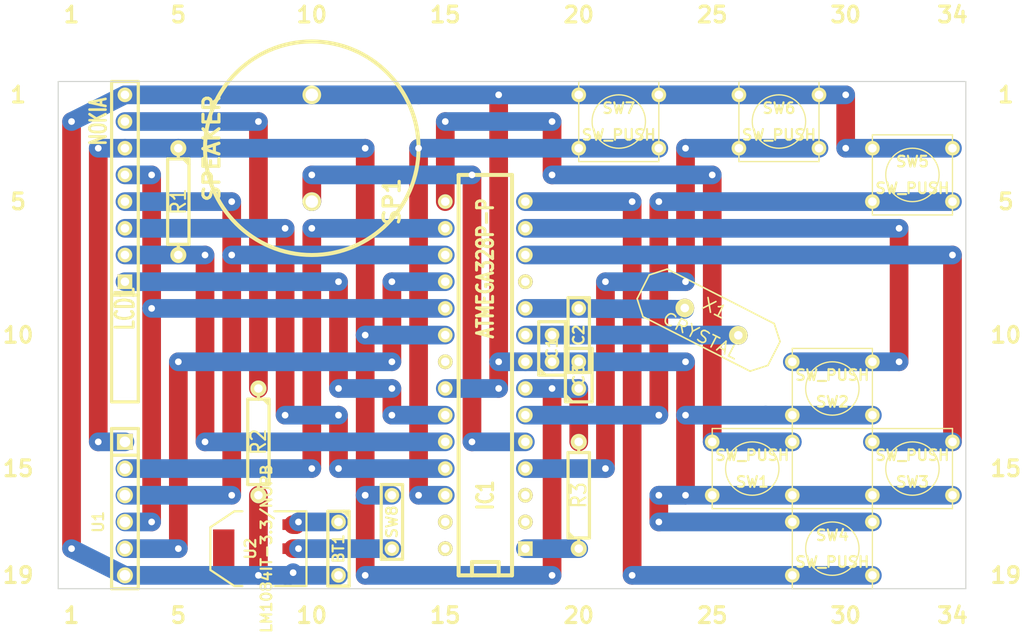
<source format=kicad_pcb>
(kicad_pcb (version 20211014) (generator pcbnew)
  (layers (0 "F.Cu" signal) (31 "B.Cu" signal) (35 "F.Paste" user) (37 "F.SilkS" user) (39 "F.Mask" user) (44 "Edge.Cuts" user))
  (net 0 "")
  (net 1 "/BTN0")
  (net 2 "/BTN1")
  (net 3 "/BTN2")
  (net 4 "/BTN3")
  (net 5 "/BTNA")
  (net 6 "/BTNB")
  (net 7 "/BTNC")
  (net 8 "/MISO")
  (net 9 "/MOSI")
  (net 10 "/RST")
  (net 11 "/SCK")
  (net 12 "/SCR DC")
  (net 13 "/SCR ENABLE")
  (net 14 "/SCR RST")
  (net 15 "/SD ENABLE")
  (net 16 "/SOUND")
  (net 17 "/VCC")
  (net 18 "/VIN")
  (net 19 "/VOUT")
  (net 20 "/XTAL1")
  (net 21 "/XTAL2")
  (net 22 "GND")
  (net 23 "N-0000016")
  (footprint "SW_PUSH_SMALL_1" (layer "F.Cu") (at 256.54 119.38 180)
    (fp_text reference "SW2" (at 3.81 1.27 180) (layer "F.SilkS") (effects (font (size 1.016 1.016) (thickness 0.2032))))
    (fp_text value "SW_PUSH" (at 3.81 3.81 180) (layer "F.SilkS") (effects (font (size 1.016 1.016) (thickness 0.2032))))
    (fp_line (start 7.62 -1.27) (end 7.62 6.35) (layer "F.SilkS") (width 0.127))
    (fp_line (start 0 -1.27) (end 0 6.35) (layer "F.SilkS") (width 0.127))
    (fp_line (start 7.62 6.35) (end 0 6.35) (layer "F.SilkS") (width 0.127))
    (fp_line (start 0 -1.27) (end 7.62 -1.27) (layer "F.SilkS") (width 0.127))
    (fp_circle (center 3.81 2.54) (end 3.81 0) (layer "F.SilkS") (width 0.127) (fill none))
    (pad "1" thru_hole circle locked (at 7.62 0 180) (size 1.397 1.397) (drill 0.8128) (layers *.Cu *.Mask "F.SilkS") (net 22 "GND"))
    (pad "1" thru_hole circle locked (at 0 0 180) (size 1.397 1.397) (drill 0.8128) (layers *.Cu *.Mask "F.SilkS") (net 22 "GND"))
    (pad "2" thru_hole circle locked (at 7.62 5.08 180) (size 1.397 1.397) (drill 0.8128) (layers *.Cu *.Mask "F.SilkS") (net 2 "/BTN1"))
    (pad "2" thru_hole circle locked (at 0 5.08 180) (size 1.397 1.397) (drill 0.8128) (layers *.Cu *.Mask "F.SilkS") (net 2 "/BTN1"))
  )
  (footprint "SW_PUSH_SMALL_1" (layer "F.Cu") (at 264.16 127 180)
    (fp_text reference "SW3" (at 3.81 1.27 180) (layer "F.SilkS") (effects (font (size 1.016 1.016) (thickness 0.2032))))
    (fp_text value "SW_PUSH" (at 3.81 3.81 180) (layer "F.SilkS") (effects (font (size 1.016 1.016) (thickness 0.2032))))
    (fp_line (start 7.62 6.35) (end 0 6.35) (layer "F.SilkS") (width 0.127))
    (fp_line (start 0 -1.27) (end 7.62 -1.27) (layer "F.SilkS") (width 0.127))
    (fp_line (start 7.62 -1.27) (end 7.62 6.35) (layer "F.SilkS") (width 0.127))
    (fp_line (start 0 -1.27) (end 0 6.35) (layer "F.SilkS") (width 0.127))
    (fp_circle (center 3.81 2.54) (end 3.81 0) (layer "F.SilkS") (width 0.127) (fill none))
    (pad "1" thru_hole circle locked (at 7.62 0 180) (size 1.397 1.397) (drill 0.8128) (layers *.Cu *.Mask "F.SilkS") (net 22 "GND"))
    (pad "1" thru_hole circle locked (at 0 0 180) (size 1.397 1.397) (drill 0.8128) (layers *.Cu *.Mask "F.SilkS") (net 22 "GND"))
    (pad "2" thru_hole circle locked (at 0 5.08 180) (size 1.397 1.397) (drill 0.8128) (layers *.Cu *.Mask "F.SilkS") (net 3 "/BTN2"))
    (pad "2" thru_hole circle locked (at 7.62 5.08 180) (size 1.397 1.397) (drill 0.8128) (layers *.Cu *.Mask "F.SilkS") (net 3 "/BTN2"))
  )
  (footprint "SW_PUSH_SMALL_1" (layer "F.Cu") (at 248.92 129.54)
    (fp_text reference "SW4" (at 3.81 1.27) (layer "F.SilkS") (effects (font (size 1.016 1.016) (thickness 0.2032))))
    (fp_text value "SW_PUSH" (at 3.81 3.81) (layer "F.SilkS") (effects (font (size 1.016 1.016) (thickness 0.2032))))
    (fp_line (start 0 -1.27) (end 0 6.35) (layer "F.SilkS") (width 0.127))
    (fp_line (start 0 -1.27) (end 7.62 -1.27) (layer "F.SilkS") (width 0.127))
    (fp_line (start 7.62 -1.27) (end 7.62 6.35) (layer "F.SilkS") (width 0.127))
    (fp_line (start 7.62 6.35) (end 0 6.35) (layer "F.SilkS") (width 0.127))
    (fp_circle (center 3.81 2.54) (end 3.81 0) (layer "F.SilkS") (width 0.127) (fill none))
    (pad "1" thru_hole circle locked (at 0 0) (size 1.397 1.397) (drill 0.8128) (layers *.Cu *.Mask "F.SilkS") (net 22 "GND"))
    (pad "1" thru_hole circle locked (at 7.62 0) (size 1.397 1.397) (drill 0.8128) (layers *.Cu *.Mask "F.SilkS") (net 22 "GND"))
    (pad "2" thru_hole circle locked (at 7.62 5.08) (size 1.397 1.397) (drill 0.8128) (layers *.Cu *.Mask "F.SilkS") (net 4 "/BTN3"))
    (pad "2" thru_hole circle locked (at 0 5.08) (size 1.397 1.397) (drill 0.8128) (layers *.Cu *.Mask "F.SilkS") (net 4 "/BTN3"))
  )
  (footprint "SW_PUSH_SMALL_1" (layer "F.Cu") (at 256.54 93.98)
    (fp_text reference "SW5" (at 3.81 1.27) (layer "F.SilkS") (effects (font (size 1.016 1.016) (thickness 0.2032))))
    (fp_text value "SW_PUSH" (at 3.81 3.81) (layer "F.SilkS") (effects (font (size 1.016 1.016) (thickness 0.2032))))
    (fp_line (start 0 -1.27) (end 7.62 -1.27) (layer "F.SilkS") (width 0.127))
    (fp_line (start 7.62 -1.27) (end 7.62 6.35) (layer "F.SilkS") (width 0.127))
    (fp_line (start 7.62 6.35) (end 0 6.35) (layer "F.SilkS") (width 0.127))
    (fp_line (start 0 -1.27) (end 0 6.35) (layer "F.SilkS") (width 0.127))
    (fp_circle (center 3.81 2.54) (end 3.81 0) (layer "F.SilkS") (width 0.127) (fill none))
    (pad "1" thru_hole circle locked (at 7.62 0) (size 1.397 1.397) (drill 0.8128) (layers *.Cu *.Mask "F.SilkS") (net 22 "GND"))
    (pad "1" thru_hole circle locked (at 0 0) (size 1.397 1.397) (drill 0.8128) (layers *.Cu *.Mask "F.SilkS") (net 22 "GND"))
    (pad "2" thru_hole circle locked (at 0 5.08) (size 1.397 1.397) (drill 0.8128) (layers *.Cu *.Mask "F.SilkS") (net 5 "/BTNA"))
    (pad "2" thru_hole circle locked (at 7.62 5.08) (size 1.397 1.397) (drill 0.8128) (layers *.Cu *.Mask "F.SilkS") (net 5 "/BTNA"))
  )
  (footprint "SW_PUSH_SMALL_1" (layer "F.Cu") (at 248.92 127 180)
    (fp_text reference "SW1" (at 3.81 1.27 180) (layer "F.SilkS") (effects (font (size 1.016 1.016) (thickness 0.2032))))
    (fp_text value "SW_PUSH" (at 3.81 3.81 180) (layer "F.SilkS") (effects (font (size 1.016 1.016) (thickness 0.2032))))
    (fp_line (start 0 -1.27) (end 0 6.35) (layer "F.SilkS") (width 0.127))
    (fp_line (start 7.62 6.35) (end 0 6.35) (layer "F.SilkS") (width 0.127))
    (fp_line (start 0 -1.27) (end 7.62 -1.27) (layer "F.SilkS") (width 0.127))
    (fp_line (start 7.62 -1.27) (end 7.62 6.35) (layer "F.SilkS") (width 0.127))
    (fp_circle (center 3.81 2.54) (end 3.81 0) (layer "F.SilkS") (width 0.127) (fill none))
    (pad "1" thru_hole circle locked (at 0 0 180) (size 1.397 1.397) (drill 0.8128) (layers *.Cu *.Mask "F.SilkS") (net 22 "GND"))
    (pad "1" thru_hole circle locked (at 7.62 0 180) (size 1.397 1.397) (drill 0.8128) (layers *.Cu *.Mask "F.SilkS") (net 22 "GND"))
    (pad "2" thru_hole circle locked (at 7.62 5.08 180) (size 1.397 1.397) (drill 0.8128) (layers *.Cu *.Mask "F.SilkS") (net 1 "/BTN0"))
    (pad "2" thru_hole circle locked (at 0 5.08 180) (size 1.397 1.397) (drill 0.8128) (layers *.Cu *.Mask "F.SilkS") (net 1 "/BTN0"))
  )
  (footprint "SW_PUSH_SMALL_1" (layer "F.Cu") (at 243.84 88.9)
    (fp_text reference "SW6" (at 3.81 1.27) (layer "F.SilkS") (effects (font (size 1.016 1.016) (thickness 0.2032))))
    (fp_text value "SW_PUSH" (at 3.81 3.81) (layer "F.SilkS") (effects (font (size 1.016 1.016) (thickness 0.2032))))
    (fp_line (start 0 -1.27) (end 7.62 -1.27) (layer "F.SilkS") (width 0.127))
    (fp_line (start 7.62 -1.27) (end 7.62 6.35) (layer "F.SilkS") (width 0.127))
    (fp_line (start 0 -1.27) (end 0 6.35) (layer "F.SilkS") (width 0.127))
    (fp_line (start 7.62 6.35) (end 0 6.35) (layer "F.SilkS") (width 0.127))
    (fp_circle (center 3.81 2.54) (end 3.81 0) (layer "F.SilkS") (width 0.127) (fill none))
    (pad "1" thru_hole circle locked (at 7.62 0) (size 1.397 1.397) (drill 0.8128) (layers *.Cu *.Mask "F.SilkS") (net 22 "GND"))
    (pad "1" thru_hole circle locked (at 0 0) (size 1.397 1.397) (drill 0.8128) (layers *.Cu *.Mask "F.SilkS") (net 22 "GND"))
    (pad "2" thru_hole circle locked (at 0 5.08) (size 1.397 1.397) (drill 0.8128) (layers *.Cu *.Mask "F.SilkS") (net 6 "/BTNB"))
    (pad "2" thru_hole circle locked (at 7.62 5.08) (size 1.397 1.397) (drill 0.8128) (layers *.Cu *.Mask "F.SilkS") (net 6 "/BTNB"))
  )
  (footprint "SW_PUSH_SMALL_1" (layer "F.Cu") (at 228.6 88.9)
    (fp_text reference "SW7" (at 3.81 1.27) (layer "F.SilkS") (effects (font (size 1.016 1.016) (thickness 0.2032))))
    (fp_text value "SW_PUSH" (at 3.81 3.81) (layer "F.SilkS") (effects (font (size 1.016 1.016) (thickness 0.2032))))
    (fp_line (start 0 -1.27) (end 0 6.35) (layer "F.SilkS") (width 0.127))
    (fp_line (start 7.62 -1.27) (end 7.62 6.35) (layer "F.SilkS") (width 0.127))
    (fp_line (start 7.62 6.35) (end 0 6.35) (layer "F.SilkS") (width 0.127))
    (fp_line (start 0 -1.27) (end 7.62 -1.27) (layer "F.SilkS") (width 0.127))
    (fp_circle (center 3.81 2.54) (end 3.81 0) (layer "F.SilkS") (width 0.127) (fill none))
    (pad "1" thru_hole circle locked (at 7.62 0) (size 1.397 1.397) (drill 0.8128) (layers *.Cu *.Mask "F.SilkS") (net 22 "GND"))
    (pad "1" thru_hole circle locked (at 0 0) (size 1.397 1.397) (drill 0.8128) (layers *.Cu *.Mask "F.SilkS") (net 22 "GND"))
    (pad "2" thru_hole circle locked (at 0 5.08) (size 1.397 1.397) (drill 0.8128) (layers *.Cu *.Mask "F.SilkS") (net 7 "/BTNC"))
    (pad "2" thru_hole circle locked (at 7.62 5.08) (size 1.397 1.397) (drill 0.8128) (layers *.Cu *.Mask "F.SilkS") (net 7 "/BTNC"))
  )
  (footprint "BUZZER" (layer "F.Cu") (at 203.2 93.98 90)
    (fp_text reference "SP1" (at -5.08 7.62 90) (layer "F.SilkS") (effects (font (size 1.524 1.524) (thickness 0.3048))))
    (fp_text value "SPEAKER" (at 0 -9.525 90) (layer "F.SilkS") (effects (font (size 1.524 1.524) (thickness 0.3048))))
    (fp_circle (center 0 0) (end -10.16 0) (layer "F.SilkS") (width 0.381) (fill none))
    (pad "1" thru_hole circle locked (at -5.08 0 90) (size 1.778 1.778) (drill 1.1938) (layers *.Cu *.Mask "F.SilkS") (net 16 "/SOUND"))
    (pad "2" thru_hole circle locked (at 5.08 0 90) (size 1.778 1.778) (drill 1.1938) (layers *.Cu *.Mask "F.SilkS") (net 22 "GND"))
  )
  (footprint "R4" (layer "F.Cu") (at 190.5 99.06 -90)
    (fp_text reference "R1" (at 0 0 -90) (layer "F.SilkS") (effects (font (size 1.397 1.27) (thickness 0.2032))))
    (fp_text value "10K" hide)
    (fp_line (start -4.064 0) (end -4.064 -1.016) (layer "F.SilkS") (width 0.3048))
    (fp_line (start -4.064 -1.016) (end 4.064 -1.016) (layer "F.SilkS") (width 0.3048))
    (fp_line (start 4.064 1.016) (end -4.064 1.016) (layer "F.SilkS") (width 0.3048))
    (fp_line (start -4.064 -0.508) (end -3.556 -1.016) (layer "F.SilkS") (width 0.3048))
    (fp_line (start -4.064 1.016) (end -4.064 0) (layer "F.SilkS") (width 0.3048))
    (fp_line (start 5.08 0) (end 4.064 0) (layer "F.SilkS") (width 0.3048))
    (fp_line (start -5.08 0) (end -4.064 0) (layer "F.SilkS") (width 0.3048))
    (fp_line (start 4.064 -1.016) (end 4.064 1.016) (layer "F.SilkS") (width 0.3048))
    (pad "1" thru_hole circle locked (at -5.08 0 270) (size 1.524 1.524) (drill 0.8128) (layers *.Cu *.Mask "F.SilkS") (net 17 "/VCC"))
    (pad "2" thru_hole circle locked (at 5.08 0 270) (size 1.524 1.524) (drill 0.8128) (layers *.Cu *.Mask "F.SilkS") (net 13 "/SCR ENABLE"))
  )
  (footprint "NOKIA" (layer "F.Cu") (at 185.42 106.68 90)
    (fp_text reference "LCD1" (at -2.54 0 90) (layer "F.SilkS") (effects (font (size 1.72974 1.08712) (thickness 0.3048))))
    (fp_text value "NOKIA" (at 15.24 -2.54 90) (layer "F.SilkS") (effects (font (size 1.524 1.016) (thickness 0.3048))))
    (fp_line (start 19.05 -1.27) (end 19.05 1.27) (layer "F.SilkS") (width 0.3048))
    (fp_line (start 19.05 1.27) (end -1.27 1.27) (layer "F.SilkS") (width 0.3048))
    (fp_line (start -1.27 -1.27) (end -11.43 -1.27) (layer "F.SilkS") (width 0.3048))
    (fp_line (start -1.27 -1.27) (end 19.05 -1.27) (layer "F.SilkS") (width 0.3048))
    (fp_line (start -11.43 -1.27) (end -11.43 1.27) (layer "F.SilkS") (width 0.3048))
    (fp_line (start -11.43 1.27) (end -1.27 1.27) (layer "F.SilkS") (width 0.3048))
    (fp_line (start -1.27 1.27) (end -1.27 -1.27) (layer "F.SilkS") (width 0.3048))
    (pad "1" thru_hole rect locked (at 0 0 90) (size 1.397 1.397) (drill 0.8128) (layers *.Cu *.Mask "F.SilkS") (net 14 "/SCR RST"))
    (pad "2" thru_hole circle locked (at 2.54 0 90) (size 1.397 1.397) (drill 0.8128) (layers *.Cu *.Mask "F.SilkS") (net 13 "/SCR ENABLE"))
    (pad "3" thru_hole circle locked (at 5.08 0 90) (size 1.397 1.397) (drill 0.8128) (layers *.Cu *.Mask "F.SilkS") (net 12 "/SCR DC"))
    (pad "4" thru_hole circle locked (at 7.62 0 90) (size 1.397 1.397) (drill 0.8128) (layers *.Cu *.Mask "F.SilkS") (net 9 "/MOSI"))
    (pad "5" thru_hole circle locked (at 10.16 0 90) (size 1.397 1.397) (drill 0.8128) (layers *.Cu *.Mask "F.SilkS") (net 11 "/SCK"))
    (pad "6" thru_hole circle locked (at 12.7 0 90) (size 1.397 1.397) (drill 0.8128) (layers *.Cu *.Mask "F.SilkS") (net 17 "/VCC"))
    (pad "7" thru_hole circle locked (at 15.24 0 90) (size 1.397 1.397) (drill 0.8128) (layers *.Cu *.Mask "F.SilkS") (net 23 "N-0000016"))
    (pad "8" thru_hole circle locked (at 17.78 0 90) (size 1.397 1.397) (drill 0.8128) (layers *.Cu *.Mask "F.SilkS") (net 22 "GND"))
  )
  (footprint "C2" (layer "F.Cu") (at 228.6 111.76 -90)
    (fp_text reference "C2" (at 0 0 -90) (layer "F.SilkS") (effects (font (size 1.016 1.016) (thickness 0.2032))))
    (fp_text value "22p" hide)
    (fp_line (start 3.556 -1.016) (end 3.556 1.016) (layer "F.SilkS") (width 0.3048))
    (fp_line (start -3.556 1.016) (end -3.556 -1.016) (layer "F.SilkS") (width 0.3048))
    (fp_line (start -3.556 -1.016) (end 3.556 -1.016) (layer "F.SilkS") (width 0.3048))
    (fp_line (start 3.556 1.016) (end -3.556 1.016) (layer "F.SilkS") (width 0.3048))
    (fp_line (start -3.556 -0.508) (end -3.048 -1.016) (layer "F.SilkS") (width 0.3048))
    (pad "1" thru_hole circle locked (at -2.54 0 270) (size 1.397 1.397) (drill 0.8128) (layers *.Cu *.Mask "F.SilkS") (net 21 "/XTAL2"))
    (pad "2" thru_hole circle locked (at 2.54 0 270) (size 1.397 1.397) (drill 0.8128) (layers *.Cu *.Mask "F.SilkS") (net 22 "GND"))
  )
  (footprint "C1" (layer "F.Cu") (at 226.06 113.03 90)
    (fp_text reference "C1" (at 0 0 90) (layer "F.SilkS") (effects (font (size 1.016 1.016) (thickness 0.2032))))
    (fp_text value "22p" hide)
    (fp_line (start 2.54 -1.27) (end 2.54 1.27) (layer "F.SilkS") (width 0.3048))
    (fp_line (start -2.54 1.27) (end -2.54 -1.27) (layer "F.SilkS") (width 0.3048))
    (fp_line (start 2.54 1.27) (end -2.54 1.27) (layer "F.SilkS") (width 0.3048))
    (fp_line (start -2.54 -0.635) (end -1.905 -1.27) (layer "F.SilkS") (width 0.3048))
    (fp_line (start -2.4892 -1.27) (end 2.54 -1.27) (layer "F.SilkS") (width 0.3048))
    (pad "1" thru_hole circle locked (at -1.27 0 90) (size 1.397 1.397) (drill 0.8128) (layers *.Cu *.Mask "F.SilkS") (net 22 "GND"))
    (pad "2" thru_hole circle locked (at 1.27 0 90) (size 1.397 1.397) (drill 0.8128) (layers *.Cu *.Mask "F.SilkS") (net 20 "/XTAL1"))
  )
  (footprint "HC-18UV-rotated" (layer "F.Cu") (at 240.95456 110.3376 -27)
    (fp_text reference "X1" (at 0 -1.27 -27) (layer "F.SilkS") (effects (font (size 1.143 1.27) (thickness 0.1524))))
    (fp_text value "CRYSTAL" (at 0 1.651 -27) (layer "F.SilkS") (effects (font (size 1.143 1.27) (thickness 0.1524))))
    (fp_line (start 6.985 1.27) (end 5.715 2.54) (layer "F.SilkS") (width 0.1524))
    (fp_line (start 5.715 -2.54) (end 6.985 -1.27) (layer "F.SilkS") (width 0.1524))
    (fp_line (start -5.715 2.54) (end 5.715 2.54) (layer "F.SilkS") (width 0.1524))
    (fp_line (start -5.715 -2.54) (end 5.715 -2.54) (layer "F.SilkS") (width 0.1524))
    (fp_line (start -6.985 -1.27) (end -6.985 1.27) (layer "F.SilkS") (width 0.1524))
    (fp_line (start -6.985 -1.27) (end -5.715 -2.54) (layer "F.SilkS") (width 0.1524))
    (fp_line (start 6.985 1.27) (end 6.985 -1.27) (layer "F.SilkS") (width 0.1524))
    (fp_line (start -6.985 1.27) (end -5.715 2.54) (layer "F.SilkS") (width 0.1524))
    (pad "1" thru_hole circle locked (at -2.54 0 333) (size 1.778 1.778) (drill 0.8128) (layers *.Cu *.Mask "F.SilkS") (net 21 "/XTAL2"))
    (pad "2" thru_hole circle locked (at 3.175 0 333) (size 1.778 1.778) (drill 0.8128) (layers *.Cu *.Mask "F.SilkS") (net 20 "/XTAL1"))
  )
  (footprint "SDCARD" (layer "F.Cu") (at 185.42 121.92 -90)
    (fp_text reference "U1" (at 7.62 2.54 -90) (layer "F.SilkS") (effects (font (size 1.016 1.016) (thickness 0.2032))))
    (fp_text value "SDCARD" hide)
    (fp_line (start 13.97 1.27) (end -1.27 1.27) (layer "F.SilkS") (width 0.3048))
    (fp_line (start 13.97 -1.27) (end 13.97 1.27) (layer "F.SilkS") (width 0.3048))
    (fp_line (start -1.27 -1.27) (end 13.97 -1.27) (layer "F.SilkS") (width 0.3048))
    (fp_line (start -1.27 1.27) (end -1.27 -1.27) (layer "F.SilkS") (width 0.3048))
    (fp_line (start 1.27 1.27) (end 1.27 -1.27) (layer "F.SilkS") (width 0.3048))
    (pad "1" thru_hole rect locked (at 0 0 270) (size 1.524 1.524) (drill 1.016) (layers *.Cu *.Mask "F.SilkS") (net 17 "/VCC"))
    (pad "2" thru_hole circle locked (at 2.54 0 270) (size 1.524 1.524) (drill 1.016) (layers *.Cu *.Mask "F.SilkS") (net 15 "/SD ENABLE"))
    (pad "3" thru_hole circle locked (at 5.08 0 270) (size 1.524 1.524) (drill 1.016) (layers *.Cu *.Mask "F.SilkS") (net 9 "/MOSI"))
    (pad "4" thru_hole circle locked (at 7.62 0 270) (size 1.524 1.524) (drill 1.016) (layers *.Cu *.Mask "F.SilkS") (net 11 "/SCK"))
    (pad "5" thru_hole circle locked (at 10.16 0 270) (size 1.524 1.524) (drill 1.016) (layers *.Cu *.Mask "F.SilkS") (net 8 "/MISO"))
    (pad "6" thru_hole circle locked (at 12.7 0 270) (size 1.524 1.524) (drill 1.016) (layers *.Cu *.Mask "F.SilkS") (net 22 "GND"))
  )
  (footprint "R4" (layer "F.Cu") (at 228.6 127 90)
    (fp_text reference "R3" (at 0 0 90) (layer "F.SilkS") (effects (font (size 1.397 1.27) (thickness 0.2032))))
    (fp_text value "10K" hide)
    (fp_line (start 4.064 -1.016) (end 4.064 1.016) (layer "F.SilkS") (width 0.3048))
    (fp_line (start 4.064 1.016) (end -4.064 1.016) (layer "F.SilkS") (width 0.3048))
    (fp_line (start -5.08 0) (end -4.064 0) (layer "F.SilkS") (width 0.3048))
    (fp_line (start -4.064 1.016) (end -4.064 0) (layer "F.SilkS") (width 0.3048))
    (fp_line (start 5.08 0) (end 4.064 0) (layer "F.SilkS") (width 0.3048))
    (fp_line (start -4.064 -0.508) (end -3.556 -1.016) (layer "F.SilkS") (width 0.3048))
    (fp_line (start -4.064 0) (end -4.064 -1.016) (layer "F.SilkS") (width 0.3048))
    (fp_line (start -4.064 -1.016) (end 4.064 -1.016) (layer "F.SilkS") (width 0.3048))
    (pad "1" thru_hole circle locked (at -5.08 0 90) (size 1.524 1.524) (drill 0.8128) (layers *.Cu *.Mask "F.SilkS") (net 10 "/RST"))
    (pad "2" thru_hole circle locked (at 5.08 0 90) (size 1.524 1.524) (drill 0.8128) (layers *.Cu *.Mask "F.SilkS") (net 17 "/VCC"))
  )
  (footprint "R4" (layer "F.Cu") (at 198.12 121.92 -90)
    (fp_text reference "R2" (at 0 0 -90) (layer "F.SilkS") (effects (font (size 1.397 1.27) (thickness 0.2032))))
    (fp_text value "220" hide)
    (fp_line (start -4.064 -1.016) (end 4.064 -1.016) (layer "F.SilkS") (width 0.3048))
    (fp_line (start -4.064 1.016) (end -4.064 0) (layer "F.SilkS") (width 0.3048))
    (fp_line (start 4.064 1.016) (end -4.064 1.016) (layer "F.SilkS") (width 0.3048))
    (fp_line (start 4.064 -1.016) (end 4.064 1.016) (layer "F.SilkS") (width 0.3048))
    (fp_line (start 5.08 0) (end 4.064 0) (layer "F.SilkS") (width 0.3048))
    (fp_line (start -5.08 0) (end -4.064 0) (layer "F.SilkS") (width 0.3048))
    (fp_line (start -4.064 0) (end -4.064 -1.016) (layer "F.SilkS") (width 0.3048))
    (fp_line (start -4.064 -0.508) (end -3.556 -1.016) (layer "F.SilkS") (width 0.3048))
    (pad "1" thru_hole circle locked (at -5.08 0 270) (size 1.524 1.524) (drill 0.8128) (layers *.Cu *.Mask "F.SilkS") (net 23 "N-0000016"))
    (pad "2" thru_hole circle locked (at 5.08 0 270) (size 1.524 1.524) (drill 0.8128) (layers *.Cu *.Mask "F.SilkS") (net 22 "GND"))
  )
  (footprint "DIP-28__300" (layer "F.Cu") (at 219.71 115.57 90)
    (fp_text reference "IC1" (at -11.43 0 90) (layer "F.SilkS") (effects (font (size 1.524 1.143) (thickness 0.3048))))
    (fp_text value "ATMEGA328P-P" (at 10.16 0 90) (layer "F.SilkS") (effects (font (size 1.524 1.143) (thickness 0.3048))))
    (fp_line (start -19.05 2.54) (end -19.05 -2.54) (layer "F.SilkS") (width 0.381))
    (fp_line (start -19.05 -1.27) (end -17.78 -1.27) (layer "F.SilkS") (width 0.381))
    (fp_line (start 19.05 -2.54) (end 19.05 2.54) (layer "F.SilkS") (width 0.381))
    (fp_line (start -19.05 -2.54) (end 19.05 -2.54) (layer "F.SilkS") (width 0.381))
    (fp_line (start 19.05 2.54) (end -19.05 2.54) (layer "F.SilkS") (width 0.381))
    (fp_line (start -17.78 -1.27) (end -17.78 1.27) (layer "F.SilkS") (width 0.381))
    (fp_line (start -17.78 1.27) (end -19.05 1.27) (layer "F.SilkS") (width 0.381))
    (pad "1" thru_hole rect locked (at -16.51 3.81 90) (size 1.397 1.397) (drill 0.8128) (layers *.Cu *.Mask "F.SilkS") (net 10 "/RST"))
    (pad "2" thru_hole circle locked (at -13.97 3.81 90) (size 1.397 1.397) (drill 0.8128) (layers *.Cu *.Mask "F.SilkS"))
    (pad "3" thru_hole circle locked (at -11.43 3.81 90) (size 1.397 1.397) (drill 0.8128) (layers *.Cu *.Mask "F.SilkS"))
    (pad "4" thru_hole circle locked (at -8.89 3.81 90) (size 1.397 1.397) (drill 0.8128) (layers *.Cu *.Mask "F.SilkS") (net 6 "/BTNB"))
    (pad "5" thru_hole circle locked (at -6.35 3.81 90) (size 1.397 1.397) (drill 0.8128) (layers *.Cu *.Mask "F.SilkS") (net 16 "/SOUND"))
    (pad "6" thru_hole circle locked (at -3.81 3.81 90) (size 1.397 1.397) (drill 0.8128) (layers *.Cu *.Mask "F.SilkS") (net 5 "/BTNA"))
    (pad "7" thru_hole circle locked (at -1.27 3.81 90) (size 1.397 1.397) (drill 0.8128) (layers *.Cu *.Mask "F.SilkS") (net 17 "/VCC"))
    (pad "8" thru_hole circle locked (at 1.27 3.81 90) (size 1.397 1.397) (drill 0.8128) (layers *.Cu *.Mask "F.SilkS") (net 22 "GND"))
    (pad "9" thru_hole circle locked (at 3.81 3.81 90) (size 1.397 1.397) (drill 0.8128) (layers *.Cu *.Mask "F.SilkS") (net 20 "/XTAL1"))
    (pad "10" thru_hole circle locked (at 6.35 3.81 90) (size 1.397 1.397) (drill 0.8128) (layers *.Cu *.Mask "F.SilkS") (net 21 "/XTAL2"))
    (pad "11" thru_hole circle locked (at 8.89 3.81 90) (size 1.397 1.397) (drill 0.8128) (layers *.Cu *.Mask "F.SilkS"))
    (pad "12" thru_hole circle locked (at 11.43 3.81 90) (size 1.397 1.397) (drill 0.8128) (layers *.Cu *.Mask "F.SilkS") (net 3 "/BTN2"))
    (pad "13" thru_hole circle locked (at 13.97 3.81 90) (size 1.397 1.397) (drill 0.8128) (layers *.Cu *.Mask "F.SilkS") (net 2 "/BTN1"))
    (pad "14" thru_hole circle locked (at 16.51 3.81 90) (size 1.397 1.397) (drill 0.8128) (layers *.Cu *.Mask "F.SilkS") (net 4 "/BTN3"))
    (pad "15" thru_hole circle locked (at 16.51 -3.81 90) (size 1.397 1.397) (drill 0.8128) (layers *.Cu *.Mask "F.SilkS") (net 1 "/BTN0"))
    (pad "16" thru_hole circle locked (at 13.97 -3.81 90) (size 1.397 1.397) (drill 0.8128) (layers *.Cu *.Mask "F.SilkS") (net 15 "/SD ENABLE"))
    (pad "17" thru_hole circle locked (at 11.43 -3.81 90) (size 1.397 1.397) (drill 0.8128) (layers *.Cu *.Mask "F.SilkS") (net 9 "/MOSI"))
    (pad "18" thru_hole circle locked (at 8.89 -3.81 90) (size 1.397 1.397) (drill 0.8128) (layers *.Cu *.Mask "F.SilkS") (net 8 "/MISO"))
    (pad "19" thru_hole circle locked (at 6.35 -3.81 90) (size 1.397 1.397) (drill 0.8128) (layers *.Cu *.Mask "F.SilkS") (net 11 "/SCK"))
    (pad "20" thru_hole circle locked (at 3.81 -3.81 90) (size 1.397 1.397) (drill 0.8128) (layers *.Cu *.Mask "F.SilkS") (net 17 "/VCC"))
    (pad "21" thru_hole circle locked (at 1.27 -3.81 90) (size 1.397 1.397) (drill 0.8128) (layers *.Cu *.Mask "F.SilkS"))
    (pad "22" thru_hole circle locked (at -1.27 -3.81 90) (size 1.397 1.397) (drill 0.8128) (layers *.Cu *.Mask "F.SilkS") (net 22 "GND"))
    (pad "23" thru_hole circle locked (at -3.81 -3.81 90) (size 1.397 1.397) (drill 0.8128) (layers *.Cu *.Mask "F.SilkS") (net 14 "/SCR RST"))
    (pad "24" thru_hole circle locked (at -6.35 -3.81 90) (size 1.397 1.397) (drill 0.8128) (layers *.Cu *.Mask "F.SilkS") (net 13 "/SCR ENABLE"))
    (pad "25" thru_hole circle locked (at -8.89 -3.81 90) (size 1.397 1.397) (drill 0.8128) (layers *.Cu *.Mask "F.SilkS") (net 12 "/SCR DC"))
    (pad "26" thru_hole circle locked (at -11.43 -3.81 90) (size 1.397 1.397) (drill 0.8128) (layers *.Cu *.Mask "F.SilkS") (net 7 "/BTNC"))
    (pad "27" thru_hole circle locked (at -13.97 -3.81 90) (size 1.397 1.397) (drill 0.8128) (layers *.Cu *.Mask "F.SilkS"))
    (pad "28" thru_hole circle locked (at -16.51 -3.81 90) (size 1.397 1.397) (drill 0.8128) (layers *.Cu *.Mask "F.SilkS"))
  )
  (footprint "SOT223" (layer "F.Cu") (at 198.12 132.08 90)
    (fp_text reference "U2" (at 0 -0.762 90) (layer "F.SilkS") (effects (font (size 1.016 1.016) (thickness 0.2032))))
    (fp_text value "LM1084IT-3.3/NOPB" (at 0 0.762 90) (layer "F.SilkS") (effects (font (size 1.016 1.016) (thickness 0.2032))))
    (fp_line (start -3.556 4.572) (end 3.556 4.572) (layer "F.SilkS") (width 0.2032))
    (fp_line (start 3.556 4.572) (end 3.556 1.524) (layer "F.SilkS") (width 0.2032))
    (fp_line (start -3.556 -1.524) (end -3.556 -2.286) (layer "F.SilkS") (width 0.2032))
    (fp_line (start 2.032 -4.572) (end 3.556 -2.286) (layer "F.SilkS") (width 0.2032))
    (fp_line (start 3.556 -2.286) (end 3.556 -1.524) (layer "F.SilkS") (width 0.2032))
    (fp_line (start -2.032 -4.572) (end 2.032 -4.572) (layer "F.SilkS") (width 0.2032))
    (fp_line (start -3.556 -2.286) (end -2.032 -4.572) (layer "F.SilkS") (width 0.2032))
    (fp_line (start -3.556 1.524) (end -3.556 4.572) (layer "F.SilkS") (width 0.2032))
    (pad "1" smd rect locked (at -2.286 3.302 90) (size 1.016 2.032) (layers "F.Cu" "F.Paste" "F.Mask") (net 22 "GND"))
    (pad "2" smd rect locked (at 0 3.302 90) (size 1.016 2.032) (layers "F.Cu" "F.Paste" "F.Mask") (net 19 "/VOUT"))
    (pad "3" smd rect locked (at 2.286 3.302 90) (size 1.016 2.032) (layers "F.Cu" "F.Paste" "F.Mask") (net 18 "/VIN"))
    (pad "4" smd rect locked (at 0 -3.302 90) (size 3.6576 2.032) (layers "F.Cu" "F.Paste" "F.Mask"))
  )
  (footprint "C2" (layer "F.Cu") (at 205.74 132.08 -90)
    (fp_text reference "BT1" (at 0 0 -90) (layer "F.SilkS") (effects (font (size 1.016 1.016) (thickness 0.2032))))
    (fp_text value "BATTERY" hide)
    (fp_line (start 3.556 -1.016) (end 3.556 1.016) (layer "F.SilkS") (width 0.3048))
    (fp_line (start -3.556 -0.508) (end -3.048 -1.016) (layer "F.SilkS") (width 0.3048))
    (fp_line (start -3.556 1.016) (end -3.556 -1.016) (layer "F.SilkS") (width 0.3048))
    (fp_line (start -3.556 -1.016) (end 3.556 -1.016) (layer "F.SilkS") (width 0.3048))
    (fp_line (start 3.556 1.016) (end -3.556 1.016) (layer "F.SilkS") (width 0.3048))
    (pad "1" thru_hole circle locked (at -2.54 0 270) (size 1.397 1.397) (drill 0.8128) (layers *.Cu *.Mask "F.SilkS") (net 18 "/VIN"))
    (pad "2" thru_hole circle locked (at 2.54 0 270) (size 1.397 1.397) (drill 0.8128) (layers *.Cu *.Mask "F.SilkS") (net 22 "GND"))
  )
  (footprint "C2" (layer "F.Cu") (at 210.82 129.54 90)
    (fp_text reference "SW8" (at 0 0 90) (layer "F.SilkS") (effects (font (size 1.016 1.016) (thickness 0.2032))))
    (fp_text value "SPST" hide)
    (fp_line (start -3.556 -0.508) (end -3.048 -1.016) (layer "F.SilkS") (width 0.3048))
    (fp_line (start -3.556 1.016) (end -3.556 -1.016) (layer "F.SilkS") (width 0.3048))
    (fp_line (start -3.556 -1.016) (end 3.556 -1.016) (layer "F.SilkS") (width 0.3048))
    (fp_line (start 3.556 -1.016) (end 3.556 1.016) (layer "F.SilkS") (width 0.3048))
    (fp_line (start 3.556 1.016) (end -3.556 1.016) (layer "F.SilkS") (width 0.3048))
    (pad "1" thru_hole circle locked (at -2.54 0 90) (size 1.397 1.397) (drill 0.8128) (layers *.Cu *.Mask "F.SilkS") (net 19 "/VOUT"))
    (pad "2" thru_hole circle locked (at 2.54 0 90) (size 1.397 1.397) (drill 0.8128) (layers *.Cu *.Mask "F.SilkS") (net 17 "/VCC"))
  )
  (footprint "C1" (layer "F.Cu") (at 228.6 115.57 90)
    (fp_text reference "C3" (at 0 0 90) (layer "F.SilkS") (effects (font (size 1.016 1.016) (thickness 0.2032))))
    (fp_text value "10u" hide)
    (fp_line (start 2.54 -1.27) (end 2.54 1.27) (layer "F.SilkS") (width 0.3048))
    (fp_line (start -2.4892 -1.27) (end 2.54 -1.27) (layer "F.SilkS") (width 0.3048))
    (fp_line (start -2.54 1.27) (end -2.54 -1.27) (layer "F.SilkS") (width 0.3048))
    (fp_line (start 2.54 1.27) (end -2.54 1.27) (layer "F.SilkS") (width 0.3048))
    (fp_line (start -2.54 -0.635) (end -1.905 -1.27) (layer "F.SilkS") (width 0.3048))
    (pad "1" thru_hole circle locked (at -1.27 0 90) (size 1.397 1.397) (drill 0.8128) (layers *.Cu *.Mask "F.SilkS") (net 17 "/VCC"))
    (pad "2" thru_hole circle locked (at 1.27 0 90) (size 1.397 1.397) (drill 0.8128) (layers *.Cu *.Mask "F.SilkS") (net 22 "GND"))
  )
  (gr_line (start 265.43 135.89) (end 265.43 87.63) (layer "Edge.Cuts") (width 0.1))
  (gr_line (start 265.43 87.63) (end 179.07 87.63) (layer "Edge.Cuts") (width 0.1))
  (gr_line (start 179.07 87.63) (end 179.07 135.89) (layer "Edge.Cuts") (width 0.1))
  (gr_line (start 179.07 135.89) (end 265.43 135.89) (layer "Edge.Cuts") (width 0.1))
  (gr_text "19" (at 269.24 134.62) (layer "F.SilkS") (effects (font (size 1.5 1.5) (thickness 0.3))))
  (gr_text "15" (at 269.24 124.46) (layer "F.SilkS") (effects (font (size 1.5 1.5) (thickness 0.3))))
  (gr_text "10" (at 269.24 111.76) (layer "F.SilkS") (effects (font (size 1.5 1.5) (thickness 0.3))))
  (gr_text "5" (at 269.24 99.06) (layer "F.SilkS") (effects (font (size 1.5 1.5) (thickness 0.3))))
  (gr_text "1" (at 269.24 88.9) (layer "F.SilkS") (effects (font (size 1.5 1.5) (thickness 0.3))))
  (gr_text "34" (at 264.16 138.43) (layer "F.SilkS") (effects (font (size 1.5 1.5) (thickness 0.3))))
  (gr_text "30" (at 254 138.43) (layer "F.SilkS") (effects (font (size 1.5 1.5) (thickness 0.3))))
  (gr_text "25" (at 241.3 138.43) (layer "F.SilkS") (effects (font (size 1.5 1.5) (thickness 0.3))))
  (gr_text "20" (at 228.6 138.43) (layer "F.SilkS") (effects (font (size 1.5 1.5) (thickness 0.3))))
  (gr_text "15" (at 215.9 138.43) (layer "F.SilkS") (effects (font (size 1.5 1.5) (thickness 0.3))))
  (gr_text "10" (at 203.2 138.43) (layer "F.SilkS") (effects (font (size 1.5 1.5) (thickness 0.3))))
  (gr_text "5" (at 190.5 138.43) (layer "F.SilkS") (effects (font (size 1.5 1.5) (thickness 0.3))))
  (gr_text "1" (at 180.34 138.43) (layer "F.SilkS") (effects (font (size 1.5 1.5) (thickness 0.3))))
  (gr_text "25" (at 241.3 81.28) (layer "F.SilkS") (effects (font (size 1.5 1.5) (thickness 0.3))))
  (gr_text "15" (at 215.9 81.28) (layer "F.SilkS") (effects (font (size 1.5 1.5) (thickness 0.3))))
  (gr_text "1" (at 175.26 88.9) (layer "F.SilkS") (effects (font (size 1.5 1.5) (thickness 0.3))))
  (gr_text "5" (at 190.5 81.28) (layer "F.SilkS") (effects (font (size 1.5 1.5) (thickness 0.3))))
  (gr_text "1" (at 180.34 81.28) (layer "F.SilkS") (effects (font (size 1.5 1.5) (thickness 0.3))))
  (gr_text "5" (at 175.26 99.06) (layer "F.SilkS") (effects (font (size 1.5 1.5) (thickness 0.3))))
  (gr_text "30" (at 254 81.28) (layer "F.SilkS") (effects (font (size 1.5 1.5) (thickness 0.3))))
  (gr_text "15" (at 175.26 124.46) (layer "F.SilkS") (effects (font (size 1.5 1.5) (thickness 0.3))))
  (gr_text "10" (at 175.26 111.76) (layer "F.SilkS") (effects (font (size 1.5 1.5) (thickness 0.3))))
  (gr_text "20" (at 228.6 81.28) (layer "F.SilkS") (effects (font (size 1.5 1.5) (thickness 0.3))))
  (gr_text "10" (at 203.2 81.28) (layer "F.SilkS") (effects (font (size 1.5 1.5) (thickness 0.3))))
  (gr_text "34" (at 264.16 81.28) (layer "F.SilkS") (effects (font (size 1.5 1.5) (thickness 0.3))))
  (gr_text "19" (at 175.26 134.62) (layer "F.SilkS") (effects (font (size 1.5 1.5) (thickness 0.3))))
  (segment (start 226.06 96.52) (end 226.06 91.44) (width 1.778) (layer "F.Cu") (net 1))
  (segment (start 215.9 91.44) (end 215.9 99.06) (width 1.778) (layer "F.Cu") (net 1))
  (segment (start 241.3 121.92) (end 241.3 96.52) (width 1.778) (layer "F.Cu") (net 1))
  (via (at 215.9 99.06) (size 0.889) (drill 0.635) (layers "F.Cu" "B.Cu") (net 1))
  (via (at 226.06 91.44) (size 0.889) (drill 0.635) (layers "F.Cu" "B.Cu") (net 1))
  (via (at 248.92 121.92) (size 0.889) (drill 0.635) (layers "F.Cu" "B.Cu") (net 1))
  (via (at 241.3 96.52) (size 0.889) (drill 0.635) (layers "F.Cu" "B.Cu") (net 1))
  (via (at 215.9 91.44) (size 0.889) (drill 0.635) (layers "F.Cu" "B.Cu") (net 1))
  (via (at 226.06 96.52) (size 0.889) (drill 0.635) (layers "F.Cu" "B.Cu") (net 1))
  (via (at 241.3 121.92) (size 0.889) (drill 0.635) (layers "F.Cu" "B.Cu") (net 1))
  (segment (start 241.3 121.92) (end 248.92 121.92) (width 1.778) (layer "B.Cu") (net 1))
  (segment (start 241.3 96.52) (end 226.06 96.52) (width 1.778) (layer "B.Cu") (net 1))
  (segment (start 226.06 91.44) (end 215.9 91.44) (width 1.778) (layer "B.Cu") (net 1))
  (segment (start 241.3 121.92) (end 248.92 121.92) (width 1.778) (layer "B.Cu") (net 1))
  (segment (start 259.08 101.6) (end 259.08 114.3) (width 1.778) (layer "F.Cu") (net 2))
  (via (at 259.08 114.3) (size 0.889) (drill 0.635) (layers "F.Cu" "B.Cu") (net 2))
  (via (at 259.08 101.6) (size 0.889) (drill 0.635) (layers "F.Cu" "B.Cu") (net 2))
  (via (at 223.52 101.6) (size 0.889) (drill 0.635) (layers "F.Cu" "B.Cu") (net 2))
  (via (at 256.54 114.3) (size 0.889) (drill 0.635) (layers "F.Cu" "B.Cu") (net 2))
  (segment (start 223.52 101.6) (end 259.08 101.6) (width 1.778) (layer "B.Cu") (net 2))
  (segment (start 259.08 114.3) (end 256.54 114.3) (width 1.778) (layer "B.Cu") (net 2))
  (segment (start 248.92 114.3) (end 256.54 114.3) (width 1.778) (layer "B.Cu") (net 2))
  (segment (start 264.16 121.92) (end 264.16 104.14) (width 1.778) (layer "F.Cu") (net 3))
  (via (at 264.16 104.14) (size 0.889) (drill 0.635) (layers "F.Cu" "B.Cu") (net 3))
  (via (at 264.16 121.92) (size 0.889) (drill 0.635) (layers "F.Cu" "B.Cu") (net 3))
  (via (at 223.52 104.14) (size 0.889) (drill 0.635) (layers "F.Cu" "B.Cu") (net 3))
  (segment (start 264.16 104.14) (end 223.52 104.14) (width 1.778) (layer "B.Cu") (net 3))
  (segment (start 256.54 121.92) (end 264.16 121.92) (width 1.778) (layer "B.Cu") (net 3))
  (segment (start 233.68 134.62) (end 233.68 99.06) (width 1.778) (layer "F.Cu") (net 4))
  (via (at 233.68 99.06) (size 0.889) (drill 0.635) (layers "F.Cu" "B.Cu") (net 4))
  (via (at 248.92 134.62) (size 0.889) (drill 0.635) (layers "F.Cu" "B.Cu") (net 4))
  (via (at 223.52 99.06) (size 0.889) (drill 0.635) (layers "F.Cu" "B.Cu") (net 4))
  (via (at 233.68 134.62) (size 0.889) (drill 0.635) (layers "F.Cu" "B.Cu") (net 4))
  (segment (start 248.92 134.62) (end 233.68 134.62) (width 1.778) (layer "B.Cu") (net 4))
  (segment (start 233.68 99.06) (end 223.52 99.06) (width 1.778) (layer "B.Cu") (net 4))
  (segment (start 248.92 134.62) (end 256.54 134.62) (width 1.778) (layer "B.Cu") (net 4))
  (segment (start 236.22 119.38) (end 236.22 99.06) (width 1.778) (layer "F.Cu") (net 5))
  (via (at 236.22 119.38) (size 0.889) (drill 0.635) (layers "F.Cu" "B.Cu") (net 5))
  (via (at 236.22 99.06) (size 0.889) (drill 0.635) (layers "F.Cu" "B.Cu") (net 5))
  (via (at 223.52 119.38) (size 0.889) (drill 0.635) (layers "F.Cu" "B.Cu") (net 5))
  (via (at 256.54 99.06) (size 0.889) (drill 0.635) (layers "F.Cu" "B.Cu") (net 5))
  (segment (start 236.22 99.06) (end 256.54 99.06) (width 1.778) (layer "B.Cu") (net 5))
  (segment (start 223.52 119.38) (end 236.22 119.38) (width 1.778) (layer "B.Cu") (net 5))
  (segment (start 256.54 99.06) (end 264.16 99.06) (width 1.778) (layer "B.Cu") (net 5))
  (segment (start 231.14 124.46) (end 231.14 106.68) (width 1.778) (layer "F.Cu") (net 6))
  (segment (start 238.76 106.68) (end 238.76 93.98) (width 1.778) (layer "F.Cu") (net 6))
  (via (at 243.84 93.98) (size 0.889) (drill 0.635) (layers "F.Cu" "B.Cu") (net 6))
  (via (at 231.14 106.68) (size 0.889) (drill 0.635) (layers "F.Cu" "B.Cu") (net 6))
  (via (at 238.76 106.68) (size 0.889) (drill 0.635) (layers "F.Cu" "B.Cu") (net 6))
  (via (at 231.14 124.46) (size 0.889) (drill 0.635) (layers "F.Cu" "B.Cu") (net 6))
  (via (at 223.52 124.46) (size 0.889) (drill 0.635) (layers "F.Cu" "B.Cu") (net 6))
  (via (at 238.76 93.98) (size 0.889) (drill 0.635) (layers "F.Cu" "B.Cu") (net 6))
  (segment (start 231.14 106.68) (end 238.76 106.68) (width 1.778) (layer "B.Cu") (net 6))
  (segment (start 238.76 93.98) (end 243.84 93.98) (width 1.778) (layer "B.Cu") (net 6))
  (segment (start 243.84 93.98) (end 251.46 93.98) (width 1.778) (layer "B.Cu") (net 6))
  (segment (start 223.52 124.46) (end 231.14 124.46) (width 1.778) (layer "B.Cu") (net 6))
  (segment (start 213.36 93.98) (end 213.36 127) (width 1.778) (layer "F.Cu") (net 7))
  (via (at 213.36 93.98) (size 0.889) (drill 0.635) (layers "F.Cu" "B.Cu") (net 7))
  (via (at 215.9 127) (size 0.889) (drill 0.635) (layers "F.Cu" "B.Cu") (net 7))
  (via (at 213.36 127) (size 0.889) (drill 0.635) (layers "F.Cu" "B.Cu") (net 7))
  (segment (start 213.36 127) (end 215.9 127) (width 1.778) (layer "B.Cu") (net 7))
  (segment (start 228.6 93.98) (end 213.36 93.98) (width 1.778) (layer "B.Cu") (net 7))
  (segment (start 228.6 93.98) (end 236.22 93.98) (width 1.778) (layer "B.Cu") (net 7))
  (segment (start 190.5 132.08) (end 190.5 114.3) (width 1.778) (layer "F.Cu") (net 8))
  (segment (start 210.82 114.3) (end 210.82 106.68) (width 1.778) (layer "F.Cu") (net 8))
  (via (at 210.82 106.68) (size 0.889) (drill 0.635) (layers "F.Cu" "B.Cu") (net 8))
  (via (at 190.5 114.3) (size 0.889) (drill 0.635) (layers "F.Cu" "B.Cu") (net 8))
  (via (at 190.5 132.08) (size 0.889) (drill 0.635) (layers "F.Cu" "B.Cu") (net 8))
  (via (at 185.42 132.08) (size 0.889) (drill 0.635) (layers "F.Cu" "B.Cu") (net 8))
  (via (at 215.9 106.68) (size 0.889) (drill 0.635) (layers "F.Cu" "B.Cu") (net 8))
  (via (at 210.82 114.3) (size 0.889) (drill 0.635) (layers "F.Cu" "B.Cu") (net 8))
  (segment (start 185.42 132.08) (end 190.5 132.08) (width 1.778) (layer "B.Cu") (net 8))
  (segment (start 190.5 114.3) (end 210.82 114.3) (width 1.778) (layer "B.Cu") (net 8))
  (segment (start 210.82 106.68) (end 215.9 106.68) (width 1.778) (layer "B.Cu") (net 8))
  (segment (start 195.58 99.06) (end 195.58 104.14) (width 1.778) (layer "F.Cu") (net 9))
  (segment (start 195.58 127) (end 195.58 104.14) (width 1.778) (layer "F.Cu") (net 9))
  (via (at 195.58 99.06) (size 0.889) (drill 0.635) (layers "F.Cu" "B.Cu") (net 9))
  (via (at 215.9 104.14) (size 0.889) (drill 0.635) (layers "F.Cu" "B.Cu") (net 9))
  (via (at 195.58 127) (size 0.889) (drill 0.635) (layers "F.Cu" "B.Cu") (net 9))
  (via (at 195.58 104.14) (size 0.889) (drill 0.635) (layers "F.Cu" "B.Cu") (net 9))
  (segment (start 195.58 104.14) (end 215.9 104.14) (width 1.778) (layer "B.Cu") (net 9))
  (segment (start 185.42 127) (end 195.58 127) (width 1.778) (layer "B.Cu") (net 9))
  (segment (start 185.42 99.06) (end 195.58 99.06) (width 1.778) (layer "B.Cu") (net 9))
  (segment (start 223.52 132.08) (end 228.6 132.08) (width 1.778) (layer "B.Cu") (net 10))
  (segment (start 187.96 129.54) (end 187.96 109.22) (width 1.778) (layer "F.Cu") (net 11))
  (segment (start 187.96 109.22) (end 187.96 96.52) (width 1.778) (layer "F.Cu") (net 11))
  (via (at 187.96 129.54) (size 0.889) (drill 0.635) (layers "F.Cu" "B.Cu") (net 11))
  (via (at 215.9 109.22) (size 0.889) (drill 0.635) (layers "F.Cu" "B.Cu") (net 11))
  (via (at 187.96 96.52) (size 0.889) (drill 0.635) (layers "F.Cu" "B.Cu") (net 11))
  (via (at 187.96 109.22) (size 0.889) (drill 0.635) (layers "F.Cu" "B.Cu") (net 11))
  (segment (start 215.9 109.22) (end 187.96 109.22) (width 1.778) (layer "B.Cu") (net 11))
  (segment (start 185.42 96.52) (end 187.96 96.52) (width 1.778) (layer "B.Cu") (net 11))
  (segment (start 185.42 129.54) (end 187.96 129.54) (width 1.778) (layer "B.Cu") (net 11))
  (segment (start 200.66 101.6) (end 200.66 119.38) (width 1.778) (layer "F.Cu") (net 12))
  (segment (start 205.74 119.38) (end 205.74 124.46) (width 1.778) (layer "F.Cu") (net 12))
  (via (at 205.74 119.38) (size 0.889) (drill 0.635) (layers "F.Cu" "B.Cu") (net 12))
  (via (at 200.66 101.6) (size 0.889) (drill 0.635) (layers "F.Cu" "B.Cu") (net 12))
  (via (at 215.9 124.46) (size 0.889) (drill 0.635) (layers "F.Cu" "B.Cu") (net 12))
  (via (at 205.74 124.46) (size 0.889) (drill 0.635) (layers "F.Cu" "B.Cu") (net 12))
  (via (at 200.66 119.38) (size 0.889) (drill 0.635) (layers "F.Cu" "B.Cu") (net 12))
  (segment (start 200.66 119.38) (end 205.74 119.38) (width 1.778) (layer "B.Cu") (net 12))
  (segment (start 205.74 124.46) (end 215.9 124.46) (width 1.778) (layer "B.Cu") (net 12))
  (segment (start 185.42 101.6) (end 200.66 101.6) (width 1.778) (layer "B.Cu") (net 12))
  (segment (start 193.04 121.92) (end 193.04 104.14) (width 1.778) (layer "F.Cu") (net 13))
  (via (at 190.5 104.14) (size 0.889) (drill 0.635) (layers "F.Cu" "B.Cu") (net 13))
  (via (at 215.9 121.92) (size 0.889) (drill 0.635) (layers "F.Cu" "B.Cu") (net 13))
  (via (at 190.5 104.14) (size 0.889) (drill 0.635) (layers "F.Cu" "B.Cu") (net 13))
  (via (at 193.04 121.92) (size 0.889) (drill 0.635) (layers "F.Cu" "B.Cu") (net 13))
  (via (at 193.04 104.14) (size 0.889) (drill 0.635) (layers "F.Cu" "B.Cu") (net 13))
  (segment (start 193.04 104.14) (end 190.5 104.14) (width 1.778) (layer "B.Cu") (net 13))
  (segment (start 185.42 104.14) (end 190.5 104.14) (width 1.778) (layer "B.Cu") (net 13))
  (segment (start 215.9 121.92) (end 193.04 121.92) (width 1.778) (layer "B.Cu") (net 13))
  (segment (start 205.74 106.68) (end 205.74 116.84) (width 1.778) (layer "F.Cu") (net 14))
  (segment (start 210.82 116.84) (end 210.82 119.38) (width 1.778) (layer "F.Cu") (net 14))
  (via (at 205.74 116.84) (size 0.889) (drill 0.635) (layers "F.Cu" "B.Cu") (net 14))
  (via (at 205.74 106.68) (size 0.889) (drill 0.635) (layers "F.Cu" "B.Cu") (net 14))
  (via (at 210.82 119.38) (size 0.889) (drill 0.635) (layers "F.Cu" "B.Cu") (net 14))
  (via (at 210.82 116.84) (size 0.889) (drill 0.635) (layers "F.Cu" "B.Cu") (net 14))
  (via (at 185.42 106.68) (size 0.889) (drill 0.635) (layers "F.Cu" "B.Cu") (net 14))
  (via (at 215.9 119.38) (size 0.889) (drill 0.635) (layers "F.Cu" "B.Cu") (net 14))
  (segment (start 205.74 116.84) (end 210.82 116.84) (width 1.778) (layer "B.Cu") (net 14))
  (segment (start 210.82 119.38) (end 215.9 119.38) (width 1.778) (layer "B.Cu") (net 14))
  (segment (start 185.42 106.68) (end 205.74 106.68) (width 1.778) (layer "B.Cu") (net 14))
  (segment (start 203.2 124.46) (end 203.2 101.6) (width 1.778) (layer "F.Cu") (net 15))
  (via (at 203.2 124.46) (size 0.889) (drill 0.635) (layers "F.Cu" "B.Cu") (net 15))
  (via (at 185.42 124.46) (size 0.889) (drill 0.635) (layers "F.Cu" "B.Cu") (net 15))
  (via (at 203.2 101.6) (size 0.889) (drill 0.635) (layers "F.Cu" "B.Cu") (net 15))
  (via (at 215.9 101.6) (size 0.889) (drill 0.635) (layers "F.Cu" "B.Cu") (net 15))
  (segment (start 203.2 101.6) (end 215.9 101.6) (width 1.778) (layer "B.Cu") (net 15))
  (segment (start 185.42 124.46) (end 203.2 124.46) (width 1.778) (layer "B.Cu") (net 15))
  (segment (start 203.2 99.06) (end 203.2 96.52) (width 1.778) (layer "F.Cu") (net 16))
  (segment (start 218.44 96.52) (end 218.44 121.92) (width 1.778) (layer "F.Cu") (net 16))
  (via (at 203.2 99.06) (size 0.889) (drill 0.635) (layers "F.Cu" "B.Cu") (net 16))
  (via (at 218.44 121.92) (size 0.889) (drill 0.635) (layers "F.Cu" "B.Cu") (net 16))
  (via (at 223.52 121.92) (size 0.889) (drill 0.635) (layers "F.Cu" "B.Cu") (net 16))
  (via (at 203.2 96.52) (size 0.889) (drill 0.635) (layers "F.Cu" "B.Cu") (net 16))
  (via (at 218.44 96.52) (size 0.889) (drill 0.635) (layers "F.Cu" "B.Cu") (net 16))
  (segment (start 203.2 96.52) (end 218.44 96.52) (width 1.778) (layer "B.Cu") (net 16))
  (segment (start 218.44 121.92) (end 223.52 121.92) (width 1.778) (layer "B.Cu") (net 16))
  (segment (start 203.2 99.06) (end 203.2 99.06) (width 1.778) (layer "B.Cu") (net 16))
  (segment (start 182.88 121.92) (end 182.88 93.98) (width 1.778) (layer "F.Cu") (net 17))
  (segment (start 228.6 116.84) (end 228.6 121.92) (width 1.778) (layer "F.Cu") (net 17))
  (segment (start 208.28 134.62) (end 208.28 127) (width 1.778) (layer "F.Cu") (net 17))
  (segment (start 208.28 111.76) (end 208.28 127) (width 1.778) (layer "F.Cu") (net 17))
  (segment (start 208.28 93.98) (end 208.28 111.76) (width 1.778) (layer "F.Cu") (net 17))
  (segment (start 226.06 116.84) (end 226.06 134.62) (width 1.778) (layer "F.Cu") (net 17))
  (via (at 208.28 127) (size 0.889) (drill 0.635) (layers "F.Cu" "B.Cu") (net 17))
  (via (at 208.28 111.76) (size 0.889) (drill 0.635) (layers "F.Cu" "B.Cu") (net 17))
  (via (at 182.88 121.92) (size 0.889) (drill 0.635) (layers "F.Cu" "B.Cu") (net 17))
  (via (at 208.28 127) (size 0.889) (drill 0.635) (layers "F.Cu" "B.Cu") (net 17))
  (via (at 226.06 134.62) (size 0.889) (drill 0.635) (layers "F.Cu" "B.Cu") (net 17))
  (via (at 226.06 116.84) (size 0.889) (drill 0.635) (layers "F.Cu" "B.Cu") (net 17))
  (via (at 208.28 134.62) (size 0.889) (drill 0.635) (layers "F.Cu" "B.Cu") (net 17))
  (via (at 208.28 93.98) (size 0.889) (drill 0.635) (layers "F.Cu" "B.Cu") (net 17))
  (via (at 228.6 121.92) (size 0.889) (drill 0.635) (layers "F.Cu" "B.Cu") (net 17))
  (via (at 190.5 93.98) (size 0.889) (drill 0.635) (layers "F.Cu" "B.Cu") (net 17))
  (via (at 182.88 93.98) (size 0.889) (drill 0.635) (layers "F.Cu" "B.Cu") (net 17))
  (via (at 215.9 111.76) (size 0.889) (drill 0.635) (layers "F.Cu" "B.Cu") (net 17))
  (via (at 228.6 116.84) (size 0.889) (drill 0.635) (layers "F.Cu" "B.Cu") (net 17))
  (via (at 223.52 116.84) (size 0.889) (drill 0.635) (layers "F.Cu" "B.Cu") (net 17))
  (segment (start 185.42 121.92) (end 182.88 121.92) (width 1.778) (layer "B.Cu") (net 17))
  (segment (start 182.88 93.98) (end 185.42 93.98) (width 1.778) (layer "B.Cu") (net 17))
  (segment (start 208.28 111.76) (end 208.28 111.76) (width 1.778) (layer "B.Cu") (net 17))
  (segment (start 208.28 111.76) (end 215.9 111.76) (width 1.778) (layer "B.Cu") (net 17))
  (segment (start 223.52 116.84) (end 226.06 116.84) (width 1.778) (layer "B.Cu") (net 17))
  (segment (start 226.06 134.62) (end 208.28 134.62) (width 1.778) (layer "B.Cu") (net 17))
  (segment (start 208.28 127) (end 210.82 127) (width 1.778) (layer "B.Cu") (net 17))
  (segment (start 226.06 116.84) (end 228.6 116.84) (width 1.778) (layer "B.Cu") (net 17))
  (segment (start 190.5 93.98) (end 208.28 93.98) (width 1.778) (layer "B.Cu") (net 17))
  (segment (start 185.42 93.98) (end 190.5 93.98) (width 1.778) (layer "B.Cu") (net 17))
  (segment (start 201.93 129.54) (end 201.676 129.794) (width 1.778) (layer "F.Cu") (net 18))
  (segment (start 201.676 129.794) (end 201.422 129.794) (width 1.778) (layer "F.Cu") (net 18))
  (via (at 205.74 129.54) (size 0.889) (drill 0.635) (layers "F.Cu" "B.Cu") (net 18))
  (via (at 201.93 129.54) (size 0.889) (drill 0.635) (layers "F.Cu" "B.Cu") (net 18))
  (segment (start 205.74 129.54) (end 201.93 129.54) (width 1.778) (layer "B.Cu") (net 18))
  (segment (start 201.422 132.08) (end 201.93 132.08) (width 1.778) (layer "F.Cu") (net 19))
  (via (at 210.82 132.08) (size 0.889) (drill 0.635) (layers "F.Cu" "B.Cu") (net 19))
  (via (at 201.93 132.08) (size 0.889) (drill 0.635) (layers "F.Cu" "B.Cu") (net 19))
  (segment (start 201.93 132.08) (end 210.82 132.08) (width 1.778) (layer "B.Cu") (net 19))
  (via (at 223.52 111.76) (size 0.889) (drill 0.635) (layers "F.Cu" "B.Cu") (net 20))
  (via (at 226.06 111.76) (size 0.889) (drill 0.635) (layers "F.Cu" "B.Cu") (net 20))
  (via (at 243.783506 111.77902) (size 0.889) (drill 0.635) (layers "F.Cu" "B.Cu") (net 20))
  (segment (start 223.52 111.76) (end 226.06 111.76) (width 1.778) (layer "B.Cu") (net 20))
  (segment (start 243.764486 111.76) (end 243.783506 111.77902) (width 1.778) (layer "B.Cu") (net 20))
  (segment (start 226.06 111.76) (end 243.764486 111.76) (width 1.778) (layer "B.Cu") (net 20))
  (via (at 228.6 109.22) (size 0.889) (drill 0.635) (layers "F.Cu" "B.Cu") (net 21))
  (via (at 223.52 109.22) (size 0.889) (drill 0.635) (layers "F.Cu" "B.Cu") (net 21))
  (segment (start 223.52 109.22) (end 228.6 109.22) (width 1.778) (layer "B.Cu") (net 21))
  (segment (start 228.6 109.22) (end 238.673664 109.306336) (width 1.778) (layer "B.Cu") (net 21))
  (segment (start 236.22 127) (end 236.22 129.54) (width 1.778) (layer "F.Cu") (net 22))
  (segment (start 238.76 119.38) (end 238.76 127) (width 1.778) (layer "F.Cu") (net 22))
  (segment (start 220.98 116.84) (end 220.98 114.3) (width 1.778) (layer "F.Cu") (net 22))
  (segment (start 180.34 132.08) (end 180.34 91.44) (width 1.778) (layer "F.Cu") (net 22))
  (segment (start 238.76 114.3) (end 238.76 119.38) (width 1.778) (layer "F.Cu") (net 22))
  (segment (start 198.12 127) (end 198.12 134.62) (width 1.778) (layer "F.Cu") (net 22))
  (segment (start 220.98 114.3) (end 220.98 88.9) (width 1.778) (layer "F.Cu") (net 22))
  (segment (start 254 88.9) (end 254 93.98) (width 1.778) (layer "F.Cu") (net 22))
  (via (at 236.22 129.54) (size 0.889) (drill 0.635) (layers "F.Cu" "B.Cu") (net 22))
  (via (at 220.98 116.84) (size 0.889) (drill 0.635) (layers "F.Cu" "B.Cu") (net 22))
  (via (at 238.76 119.38) (size 0.889) (drill 0.635) (layers "F.Cu" "B.Cu") (net 22))
  (via (at 198.12 134.62) (size 0.889) (drill 0.635) (layers "F.Cu" "B.Cu") (net 22))
  (via (at 180.34 91.44) (size 0.889) (drill 0.635) (layers "F.Cu" "B.Cu") (net 22))
  (via (at 205.74 134.62) (size 0.889) (drill 0.635) (layers "F.Cu" "B.Cu") (net 22))
  (via (at 254 88.9) (size 0.889) (drill 0.635) (layers "F.Cu" "B.Cu") (net 22))
  (via (at 215.9 116.84) (size 0.889) (drill 0.635) (layers "F.Cu" "B.Cu") (net 22))
  (via (at 220.98 88.9) (size 0.889) (drill 0.635) (layers "F.Cu" "B.Cu") (net 22))
  (via (at 226.06 114.3) (size 0.889) (drill 0.635) (layers "F.Cu" "B.Cu") (net 22))
  (via (at 228.6 114.3) (size 0.889) (drill 0.635) (layers "F.Cu" "B.Cu") (net 22))
  (via (at 238.76 127) (size 0.889) (drill 0.635) (layers "F.Cu" "B.Cu") (net 22))
  (via (at 238.76 114.3) (size 0.889) (drill 0.635) (layers "F.Cu" "B.Cu") (net 22))
  (via (at 256.54 93.98) (size 0.889) (drill 0.635) (layers "F.Cu" "B.Cu") (net 22))
  (via (at 201.422 134.366) (size 0.889) (drill 0.635) (layers "F.Cu" "B.Cu") (net 22))
  (via (at 205.74 134.62) (size 0.889) (drill 0.635) (layers "F.Cu" "B.Cu") (net 22))
  (via (at 223.52 114.3) (size 0.889) (drill 0.635) (layers "F.Cu" "B.Cu") (net 22))
  (via (at 220.98 114.3) (size 0.889) (drill 0.635) (layers "F.Cu" "B.Cu") (net 22))
  (via (at 185.42 88.9) (size 0.889) (drill 0.635) (layers "F.Cu" "B.Cu") (net 22))
  (via (at 254 93.98) (size 0.889) (drill 0.635) (layers "F.Cu" "B.Cu") (net 22))
  (via (at 180.34 132.08) (size 0.889) (drill 0.635) (layers "F.Cu" "B.Cu") (net 22))
  (via (at 236.22 127) (size 0.889) (drill 0.635) (layers "F.Cu" "B.Cu") (net 22))
  (segment (start 185.42 88.9) (end 203.2 88.9) (width 1.778) (layer "B.Cu") (net 22))
  (segment (start 203.2 88.9) (end 213.36 88.9) (width 1.778) (layer "B.Cu") (net 22))
  (segment (start 228.6 88.9) (end 236.22 88.9) (width 1.778) (layer "B.Cu") (net 22))
  (segment (start 243.84 88.9) (end 251.46 88.9) (width 1.778) (layer "B.Cu") (net 22))
  (segment (start 264.16 127) (end 256.54 127) (width 1.778) (layer "B.Cu") (net 22))
  (segment (start 256.54 127) (end 248.92 127) (width 1.778) (layer "B.Cu") (net 22))
  (segment (start 248.92 127) (end 241.3 127) (width 1.778) (layer "B.Cu") (net 22))
  (segment (start 241.3 127) (end 236.22 127) (width 1.778) (layer "B.Cu") (net 22))
  (segment (start 256.54 129.54) (end 248.92 129.54) (width 1.778) (layer "B.Cu") (net 22))
  (segment (start 248.92 129.54) (end 236.22 129.54) (width 1.778) (layer "B.Cu") (net 22))
  (segment (start 236.22 127) (end 238.76 127) (width 1.778) (layer "B.Cu") (net 22))
  (segment (start 256.54 119.38) (end 248.92 119.38) (width 1.778) (layer "B.Cu") (net 22))
  (segment (start 248.92 119.38) (end 246.38 119.38) (width 1.778) (layer "B.Cu") (net 22))
  (segment (start 223.52 114.3) (end 226.06 114.3) (width 1.778) (layer "B.Cu") (net 22))
  (segment (start 226.06 114.3) (end 228.6 114.3) (width 1.778) (layer "B.Cu") (net 22))
  (segment (start 246.38 119.38) (end 238.76 119.38) (width 1.778) (layer "B.Cu") (net 22))
  (segment (start 213.36 88.9) (end 220.98 88.9) (width 1.778) (layer "B.Cu") (net 22))
  (segment (start 254 93.98) (end 256.54 93.98) (width 1.778) (layer "B.Cu") (net 22))
  (segment (start 220.98 114.3) (end 223.52 114.3) (width 1.778) (layer "B.Cu") (net 22))
  (segment (start 220.98 88.9) (end 228.6 88.9) (width 1.778) (layer "B.Cu") (net 22))
  (segment (start 180.34 91.44) (end 185.42 88.9) (width 1.778) (layer "B.Cu") (net 22))
  (segment (start 201.168 134.62) (end 201.422 134.366) (width 1.778) (layer "B.Cu") (net 22))
  (segment (start 200.66 134.62) (end 201.168 134.62) (width 1.778) (layer "B.Cu") (net 22))
  (segment (start 200.66 134.62) (end 205.74 134.62) (width 1.778) (layer "B.Cu") (net 22))
  (segment (start 198.12 134.62) (end 200.66 134.62) (width 1.778) (layer "B.Cu") (net 22))
  (segment (start 185.42 134.62) (end 198.12 134.62) (width 1.778) (layer "B.Cu") (net 22))
  (segment (start 215.9 116.84) (end 220.98 116.84) (width 1.778) (layer "B.Cu") (net 22))
  (segment (start 185.42 134.62) (end 180.34 132.08) (width 1.778) (layer "B.Cu") (net 22))
  (segment (start 236.22 88.9) (end 243.84 88.9) (width 1.778) (layer "B.Cu") (net 22))
  (segment (start 251.46 88.9) (end 254 88.9) (width 1.778) (layer "B.Cu") (net 22))
  (segment (start 256.54 93.98) (end 264.16 93.98) (width 1.778) (layer "B.Cu") (net 22))
  (segment (start 228.6 114.3) (end 238.76 114.3) (width 1.778) (layer "B.Cu") (net 22))
  (segment (start 198.12 91.44) (end 198.12 116.84) (width 1.778) (layer "F.Cu") (net 23))
  (via (at 198.12 116.84) (size 0.889) (drill 0.635) (layers "F.Cu" "B.Cu") (net 23))
  (via (at 198.12 91.44) (size 0.889) (drill 0.635) (layers "F.Cu" "B.Cu") (net 23))
  (segment (start 185.42 91.44) (end 198.12 91.44) (width 1.778) (layer "B.Cu") (net 23))
)
</source>
